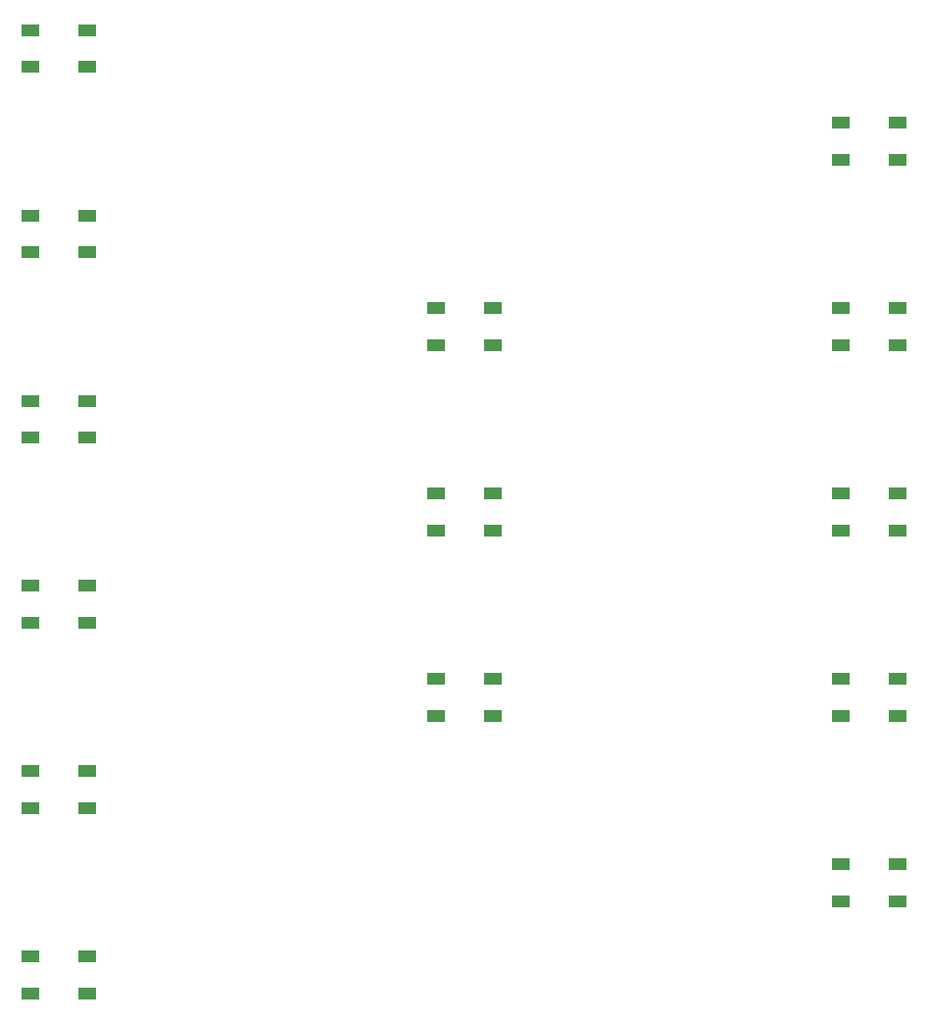
<source format=gbr>
G04 #@! TF.GenerationSoftware,KiCad,Pcbnew,5.1.2*
G04 #@! TF.CreationDate,2019-05-02T23:37:59-04:00*
G04 #@! TF.ProjectId,LED_Bar_Clock_2_Side_SMD,4c45445f-4261-4725-9f43-6c6f636b5f32,rev?*
G04 #@! TF.SameCoordinates,PX2faf080PY2faf080*
G04 #@! TF.FileFunction,Paste,Top*
G04 #@! TF.FilePolarity,Positive*
%FSLAX46Y46*%
G04 Gerber Fmt 4.6, Leading zero omitted, Abs format (unit mm)*
G04 Created by KiCad (PCBNEW 5.1.2) date 2019-05-02 23:37:59*
%MOMM*%
%LPD*%
G04 APERTURE LIST*
%ADD10R,1.500000X1.000000*%
G04 APERTURE END LIST*
D10*
X87450000Y-83600000D03*
X87450000Y-80400000D03*
X82550000Y-83600000D03*
X82550000Y-80400000D03*
X52450000Y-51600000D03*
X52450000Y-48400000D03*
X47550000Y-51600000D03*
X47550000Y-48400000D03*
X17450000Y-11600000D03*
X17450000Y-8400000D03*
X12550000Y-11600000D03*
X12550000Y-8400000D03*
X17450000Y-27600000D03*
X17450000Y-24400000D03*
X12550000Y-27600000D03*
X12550000Y-24400000D03*
X17450000Y-43600000D03*
X17450000Y-40400000D03*
X12550000Y-43600000D03*
X12550000Y-40400000D03*
X17450000Y-59600000D03*
X17450000Y-56400000D03*
X12550000Y-59600000D03*
X12550000Y-56400000D03*
X17450000Y-75600000D03*
X17450000Y-72400000D03*
X12550000Y-75600000D03*
X12550000Y-72400000D03*
X17450000Y-91600000D03*
X17450000Y-88400000D03*
X12550000Y-91600000D03*
X12550000Y-88400000D03*
X52450000Y-35600000D03*
X52450000Y-32400000D03*
X47550000Y-35600000D03*
X47550000Y-32400000D03*
X52450000Y-67600000D03*
X52450000Y-64400000D03*
X47550000Y-67600000D03*
X47550000Y-64400000D03*
X87450000Y-19600000D03*
X87450000Y-16400000D03*
X82550000Y-19600000D03*
X82550000Y-16400000D03*
X87450000Y-35600000D03*
X87450000Y-32400000D03*
X82550000Y-35600000D03*
X82550000Y-32400000D03*
X87450000Y-51600000D03*
X87450000Y-48400000D03*
X82550000Y-51600000D03*
X82550000Y-48400000D03*
X87450000Y-67600000D03*
X87450000Y-64400000D03*
X82550000Y-67600000D03*
X82550000Y-64400000D03*
M02*

</source>
